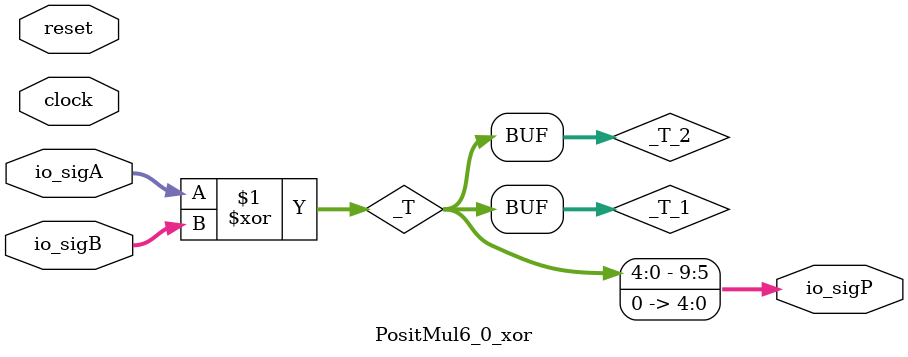
<source format=v>
module PositMul6_0_xor(
  input        clock,
  input        reset,
  input  [4:0] io_sigA,
  input  [4:0] io_sigB,
  output [9:0] io_sigP
);
  wire [4:0] _T; // @[PositMul.scala 51:23]
  wire [4:0] _T_1; // @[PositMul.scala 51:23]
  wire [4:0] _T_2; // @[Cat.scala 29:58]
  assign _T = $signed(io_sigA) ^ $signed(io_sigB); // @[PositMul.scala 51:23]
  assign _T_1 = $signed(_T); // @[PositMul.scala 51:23]
  assign _T_2 = $unsigned(_T_1); // @[Cat.scala 29:58]
  assign io_sigP = {_T_2,5'h0}; // @[PositMul.scala 51:9]
endmodule

</source>
